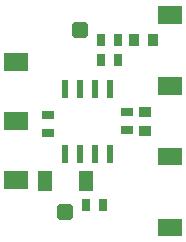
<source format=gtp>
G04*
G04 #@! TF.GenerationSoftware,Altium Limited,Altium Designer,22.4.2 (48)*
G04*
G04 Layer_Color=8421504*
%FSLAX44Y44*%
%MOMM*%
G71*
G04*
G04 #@! TF.SameCoordinates,75CB8345-09F5-4D96-8CD2-F517BF26F09A*
G04*
G04*
G04 #@! TF.FilePolarity,Positive*
G04*
G01*
G75*
%ADD12R,1.1500X1.8000*%
%ADD13R,1.0000X0.9500*%
%ADD14R,0.6000X1.5000*%
%ADD15R,1.0000X0.7500*%
G04:AMPARAMS|DCode=16|XSize=1.4mm|YSize=1.4mm|CornerRadius=0.35mm|HoleSize=0mm|Usage=FLASHONLY|Rotation=0.000|XOffset=0mm|YOffset=0mm|HoleType=Round|Shape=RoundedRectangle|*
%AMROUNDEDRECTD16*
21,1,1.4000,0.7000,0,0,0.0*
21,1,0.7000,1.4000,0,0,0.0*
1,1,0.7000,0.3500,-0.3500*
1,1,0.7000,-0.3500,-0.3500*
1,1,0.7000,-0.3500,0.3500*
1,1,0.7000,0.3500,0.3500*
%
%ADD16ROUNDEDRECTD16*%
%ADD17R,0.7500X1.0000*%
%ADD18R,0.9500X1.0000*%
G36*
X20000Y92500D02*
X0D01*
Y107500D01*
X20000D01*
Y92500D01*
D02*
G37*
G36*
X150000Y52500D02*
X130000D01*
Y67500D01*
X150000D01*
Y52500D01*
D02*
G37*
G36*
Y112500D02*
X130000D01*
Y127500D01*
X150000D01*
Y112500D01*
D02*
G37*
G36*
X20000Y142500D02*
X0D01*
Y157500D01*
X20000D01*
Y142500D01*
D02*
G37*
G36*
Y192500D02*
X0D01*
Y207500D01*
X20000D01*
Y192500D01*
D02*
G37*
G36*
X150000Y172500D02*
X130000D01*
Y187500D01*
X150000D01*
Y172500D01*
D02*
G37*
G36*
Y232500D02*
X130000D01*
Y247500D01*
X150000D01*
Y232500D01*
D02*
G37*
D12*
X34650Y99060D02*
D03*
X68650D02*
D03*
D13*
X119000Y142000D02*
D03*
Y158000D02*
D03*
D14*
X50950Y122500D02*
D03*
X63650D02*
D03*
X76350D02*
D03*
X89050D02*
D03*
X50950Y177500D02*
D03*
X63650D02*
D03*
X76350D02*
D03*
X89050D02*
D03*
D15*
X36500Y139820D02*
D03*
Y154820D02*
D03*
X104000Y142360D02*
D03*
Y157360D02*
D03*
D16*
X50950Y73000D02*
D03*
X63650Y227000D02*
D03*
D17*
X68650Y78740D02*
D03*
X83650D02*
D03*
X81400Y218440D02*
D03*
X96400D02*
D03*
Y201930D02*
D03*
X81400D02*
D03*
D18*
X126110Y218440D02*
D03*
X110110D02*
D03*
M02*

</source>
